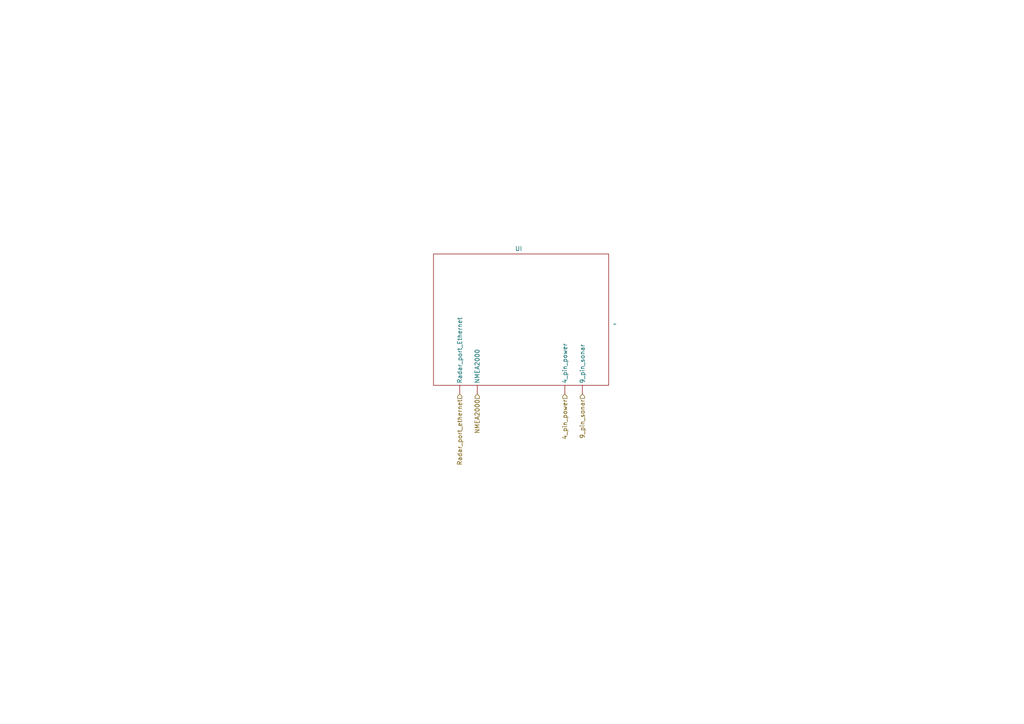
<source format=kicad_sch>
(kicad_sch (version 20231120) (generator "eeschema") (generator_version "8.0")
  (paper "A4")
  (lib_symbols
    (symbol "New_Library_0:Monitor"
      (property "Reference" "UI" (at 0 26.416 0))
      (symbol "Monitor_0_1"
        (rectangle (start -25.4 -12.7) (end 25.4 25.4))
      )
      (symbol "Monitor_1_1"
        (pin input line (at 12.7 -15.24 90) (length 2.54) (name "4_pin_power") (number ""))
        (pin input line (at 17.78 -15.24 90) (length 2.54) (name "9_pin_sonar") (number ""))
        (pin input line (at -12.7 -15.24 90) (length 2.54) (name "NMEA2000") (number ""))
        (pin input line (at -17.78 -15.24 90) (length 2.54) (name "Radar_port_Ethernet") (number ""))
      )
    )
  )
  (hierarchical_label "Radar_port_ethernet" (shape input) (at 133.35 114.3 270))
  (hierarchical_label "NMEA2000" (shape input) (at 138.43 114.3 270))
  (hierarchical_label "4_pin_power" (shape input) (at 163.83 114.3 270))
  (hierarchical_label "9_pin_sonar" (shape input) (at 168.91 114.3 270))
  (symbol (lib_id "New_Library_0:Monitor") (at 151.13 99.06 0) (unit 1)
    (property "Reference" "UI" (at 149.352 72.136 0) (effects (justify left)))
    (property "Value" "~" (at 177.8 93.98 0) (effects (justify left)))
  )
)
</source>
